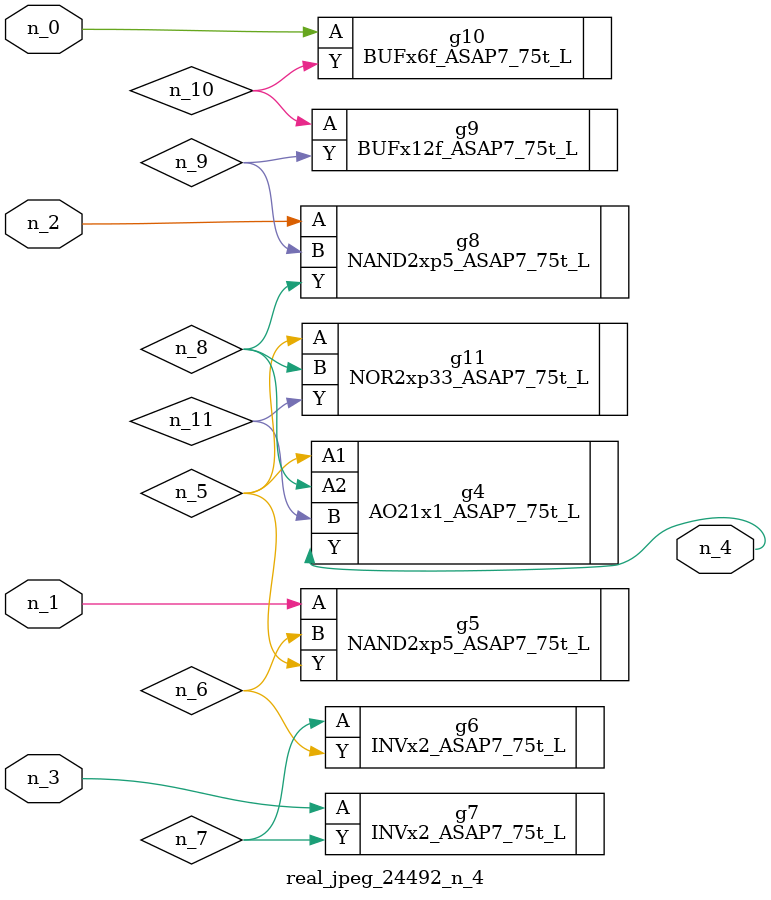
<source format=v>
module real_jpeg_24492_n_4 (n_3, n_1, n_0, n_2, n_4);

input n_3;
input n_1;
input n_0;
input n_2;

output n_4;

wire n_5;
wire n_8;
wire n_11;
wire n_6;
wire n_7;
wire n_10;
wire n_9;

BUFx6f_ASAP7_75t_L g10 ( 
.A(n_0),
.Y(n_10)
);

NAND2xp5_ASAP7_75t_L g5 ( 
.A(n_1),
.B(n_6),
.Y(n_5)
);

NAND2xp5_ASAP7_75t_L g8 ( 
.A(n_2),
.B(n_9),
.Y(n_8)
);

INVx2_ASAP7_75t_L g7 ( 
.A(n_3),
.Y(n_7)
);

AO21x1_ASAP7_75t_L g4 ( 
.A1(n_5),
.A2(n_8),
.B(n_11),
.Y(n_4)
);

NOR2xp33_ASAP7_75t_L g11 ( 
.A(n_5),
.B(n_8),
.Y(n_11)
);

INVx2_ASAP7_75t_L g6 ( 
.A(n_7),
.Y(n_6)
);

BUFx12f_ASAP7_75t_L g9 ( 
.A(n_10),
.Y(n_9)
);


endmodule
</source>
